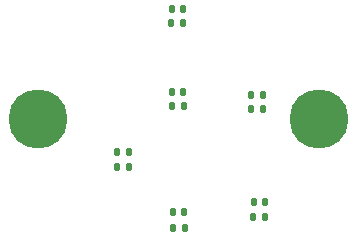
<source format=gbr>
%TF.GenerationSoftware,KiCad,Pcbnew,8.0.2-1*%
%TF.CreationDate,2024-11-11T18:57:46+10:00*%
%TF.ProjectId,ae_emblem_led_pcb,61655f65-6d62-46c6-956d-5f6c65645f70,rev?*%
%TF.SameCoordinates,Original*%
%TF.FileFunction,Soldermask,Top*%
%TF.FilePolarity,Negative*%
%FSLAX46Y46*%
G04 Gerber Fmt 4.6, Leading zero omitted, Abs format (unit mm)*
G04 Created by KiCad (PCBNEW 8.0.2-1) date 2024-11-11 18:57:46*
%MOMM*%
%LPD*%
G01*
G04 APERTURE LIST*
G04 Aperture macros list*
%AMRoundRect*
0 Rectangle with rounded corners*
0 $1 Rounding radius*
0 $2 $3 $4 $5 $6 $7 $8 $9 X,Y pos of 4 corners*
0 Add a 4 corners polygon primitive as box body*
4,1,4,$2,$3,$4,$5,$6,$7,$8,$9,$2,$3,0*
0 Add four circle primitives for the rounded corners*
1,1,$1+$1,$2,$3*
1,1,$1+$1,$4,$5*
1,1,$1+$1,$6,$7*
1,1,$1+$1,$8,$9*
0 Add four rect primitives between the rounded corners*
20,1,$1+$1,$2,$3,$4,$5,0*
20,1,$1+$1,$4,$5,$6,$7,0*
20,1,$1+$1,$6,$7,$8,$9,0*
20,1,$1+$1,$8,$9,$2,$3,0*%
G04 Aperture macros list end*
%ADD10RoundRect,0.147500X-0.147500X-0.172500X0.147500X-0.172500X0.147500X0.172500X-0.147500X0.172500X0*%
%ADD11RoundRect,0.135000X-0.135000X-0.185000X0.135000X-0.185000X0.135000X0.185000X-0.135000X0.185000X0*%
%ADD12C,0.800000*%
%ADD13C,5.000000*%
G04 APERTURE END LIST*
D10*
%TO.C,D5*%
X151255000Y-80550000D03*
X152225000Y-80550000D03*
%TD*%
D11*
%TO.C,R5*%
X151230000Y-81750000D03*
X152250000Y-81750000D03*
%TD*%
D10*
%TO.C,D4*%
X144515000Y-73300000D03*
X145485000Y-73300000D03*
%TD*%
%TO.C,D1*%
X144615000Y-90500000D03*
X145585000Y-90500000D03*
%TD*%
%TO.C,D3*%
X144515000Y-80300000D03*
X145485000Y-80300000D03*
%TD*%
D11*
%TO.C,R2*%
X144515000Y-81500000D03*
X145535000Y-81500000D03*
%TD*%
D10*
%TO.C,D2*%
X139915000Y-85400000D03*
X140885000Y-85400000D03*
%TD*%
D11*
%TO.C,R4*%
X139890000Y-86700000D03*
X140910000Y-86700000D03*
%TD*%
%TO.C,R6*%
X151430000Y-90900000D03*
X152450000Y-90900000D03*
%TD*%
%TO.C,R1*%
X144590000Y-91800000D03*
X145610000Y-91800000D03*
%TD*%
%TO.C,R3*%
X144490000Y-74500000D03*
X145510000Y-74500000D03*
%TD*%
D10*
%TO.C,D6*%
X151455000Y-89600000D03*
X152425000Y-89600000D03*
%TD*%
D12*
%TO.C,REF\u002A\u002A*%
X155100825Y-82600000D03*
X155650000Y-81274175D03*
X155650000Y-83925825D03*
X156975825Y-80725000D03*
D13*
X156975825Y-82600000D03*
D12*
X156975825Y-84475000D03*
X158301650Y-81274175D03*
X158301650Y-83925825D03*
X158850825Y-82600000D03*
%TD*%
%TO.C,REF\u002A\u002A*%
X131325000Y-82600000D03*
X131874175Y-81274175D03*
X131874175Y-83925825D03*
X133200000Y-80725000D03*
D13*
X133200000Y-82600000D03*
D12*
X133200000Y-84475000D03*
X134525825Y-81274175D03*
X134525825Y-83925825D03*
X135075000Y-82600000D03*
%TD*%
M02*

</source>
